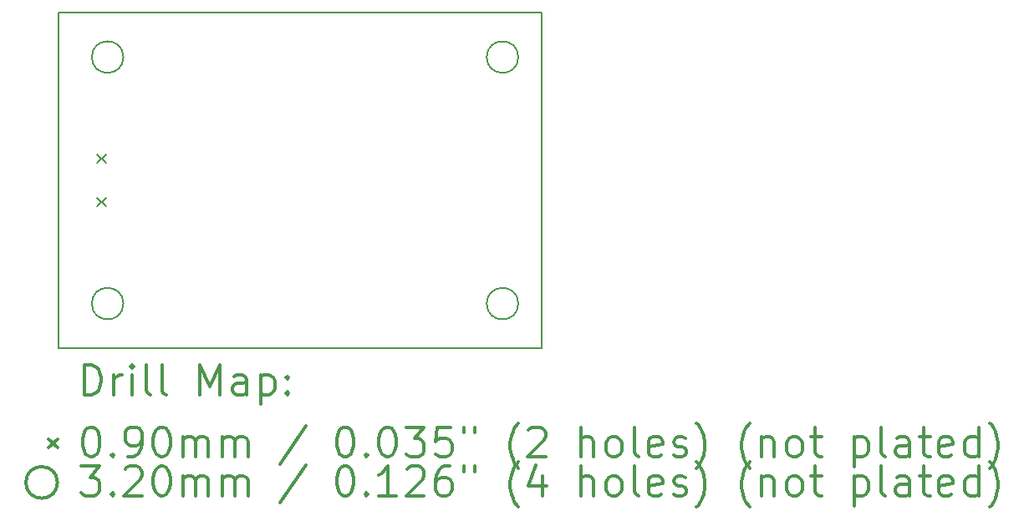
<source format=gbr>
%FSLAX45Y45*%
G04 Gerber Fmt 4.5, Leading zero omitted, Abs format (unit mm)*
G04 Created by KiCad (PCBNEW 4.0.1-stable) date 10/12/16 20:15:14*
%MOMM*%
G01*
G04 APERTURE LIST*
%ADD10C,0.127000*%
%ADD11C,0.150000*%
%ADD12C,0.200000*%
%ADD13C,0.300000*%
G04 APERTURE END LIST*
D10*
D11*
X0Y-3400000D02*
X0Y0D01*
X4900000Y-3400000D02*
X0Y-3400000D01*
X4900000Y0D02*
X4900000Y-3400000D01*
X0Y0D02*
X4900000Y0D01*
D12*
X395042Y-1435078D02*
X484958Y-1524994D01*
X484958Y-1435078D02*
X395042Y-1524994D01*
X395042Y-1875006D02*
X484958Y-1964922D01*
X484958Y-1875006D02*
X395042Y-1964922D01*
X660000Y-450000D02*
G75*
G03X660000Y-450000I-160000J0D01*
G01*
X660000Y-2950000D02*
G75*
G03X660000Y-2950000I-160000J0D01*
G01*
X4660000Y-450000D02*
G75*
G03X4660000Y-450000I-160000J0D01*
G01*
X4660000Y-2950000D02*
G75*
G03X4660000Y-2950000I-160000J0D01*
G01*
D13*
X263929Y-3873214D02*
X263929Y-3573214D01*
X335357Y-3573214D01*
X378214Y-3587500D01*
X406786Y-3616071D01*
X421071Y-3644643D01*
X435357Y-3701786D01*
X435357Y-3744643D01*
X421071Y-3801786D01*
X406786Y-3830357D01*
X378214Y-3858929D01*
X335357Y-3873214D01*
X263929Y-3873214D01*
X563929Y-3873214D02*
X563929Y-3673214D01*
X563929Y-3730357D02*
X578214Y-3701786D01*
X592500Y-3687500D01*
X621071Y-3673214D01*
X649643Y-3673214D01*
X749643Y-3873214D02*
X749643Y-3673214D01*
X749643Y-3573214D02*
X735357Y-3587500D01*
X749643Y-3601786D01*
X763928Y-3587500D01*
X749643Y-3573214D01*
X749643Y-3601786D01*
X935357Y-3873214D02*
X906786Y-3858929D01*
X892500Y-3830357D01*
X892500Y-3573214D01*
X1092500Y-3873214D02*
X1063929Y-3858929D01*
X1049643Y-3830357D01*
X1049643Y-3573214D01*
X1435357Y-3873214D02*
X1435357Y-3573214D01*
X1535357Y-3787500D01*
X1635357Y-3573214D01*
X1635357Y-3873214D01*
X1906786Y-3873214D02*
X1906786Y-3716071D01*
X1892500Y-3687500D01*
X1863928Y-3673214D01*
X1806786Y-3673214D01*
X1778214Y-3687500D01*
X1906786Y-3858929D02*
X1878214Y-3873214D01*
X1806786Y-3873214D01*
X1778214Y-3858929D01*
X1763928Y-3830357D01*
X1763928Y-3801786D01*
X1778214Y-3773214D01*
X1806786Y-3758929D01*
X1878214Y-3758929D01*
X1906786Y-3744643D01*
X2049643Y-3673214D02*
X2049643Y-3973214D01*
X2049643Y-3687500D02*
X2078214Y-3673214D01*
X2135357Y-3673214D01*
X2163929Y-3687500D01*
X2178214Y-3701786D01*
X2192500Y-3730357D01*
X2192500Y-3816071D01*
X2178214Y-3844643D01*
X2163929Y-3858929D01*
X2135357Y-3873214D01*
X2078214Y-3873214D01*
X2049643Y-3858929D01*
X2321071Y-3844643D02*
X2335357Y-3858929D01*
X2321071Y-3873214D01*
X2306786Y-3858929D01*
X2321071Y-3844643D01*
X2321071Y-3873214D01*
X2321071Y-3687500D02*
X2335357Y-3701786D01*
X2321071Y-3716071D01*
X2306786Y-3701786D01*
X2321071Y-3687500D01*
X2321071Y-3716071D01*
X-97416Y-4322542D02*
X-7500Y-4412458D01*
X-7500Y-4322542D02*
X-97416Y-4412458D01*
X321071Y-4203214D02*
X349643Y-4203214D01*
X378214Y-4217500D01*
X392500Y-4231786D01*
X406786Y-4260357D01*
X421071Y-4317500D01*
X421071Y-4388929D01*
X406786Y-4446072D01*
X392500Y-4474643D01*
X378214Y-4488929D01*
X349643Y-4503214D01*
X321071Y-4503214D01*
X292500Y-4488929D01*
X278214Y-4474643D01*
X263929Y-4446072D01*
X249643Y-4388929D01*
X249643Y-4317500D01*
X263929Y-4260357D01*
X278214Y-4231786D01*
X292500Y-4217500D01*
X321071Y-4203214D01*
X549643Y-4474643D02*
X563929Y-4488929D01*
X549643Y-4503214D01*
X535357Y-4488929D01*
X549643Y-4474643D01*
X549643Y-4503214D01*
X706786Y-4503214D02*
X763928Y-4503214D01*
X792500Y-4488929D01*
X806786Y-4474643D01*
X835357Y-4431786D01*
X849643Y-4374643D01*
X849643Y-4260357D01*
X835357Y-4231786D01*
X821071Y-4217500D01*
X792500Y-4203214D01*
X735357Y-4203214D01*
X706786Y-4217500D01*
X692500Y-4231786D01*
X678214Y-4260357D01*
X678214Y-4331786D01*
X692500Y-4360357D01*
X706786Y-4374643D01*
X735357Y-4388929D01*
X792500Y-4388929D01*
X821071Y-4374643D01*
X835357Y-4360357D01*
X849643Y-4331786D01*
X1035357Y-4203214D02*
X1063929Y-4203214D01*
X1092500Y-4217500D01*
X1106786Y-4231786D01*
X1121071Y-4260357D01*
X1135357Y-4317500D01*
X1135357Y-4388929D01*
X1121071Y-4446072D01*
X1106786Y-4474643D01*
X1092500Y-4488929D01*
X1063929Y-4503214D01*
X1035357Y-4503214D01*
X1006786Y-4488929D01*
X992500Y-4474643D01*
X978214Y-4446072D01*
X963928Y-4388929D01*
X963928Y-4317500D01*
X978214Y-4260357D01*
X992500Y-4231786D01*
X1006786Y-4217500D01*
X1035357Y-4203214D01*
X1263929Y-4503214D02*
X1263929Y-4303214D01*
X1263929Y-4331786D02*
X1278214Y-4317500D01*
X1306786Y-4303214D01*
X1349643Y-4303214D01*
X1378214Y-4317500D01*
X1392500Y-4346072D01*
X1392500Y-4503214D01*
X1392500Y-4346072D02*
X1406786Y-4317500D01*
X1435357Y-4303214D01*
X1478214Y-4303214D01*
X1506786Y-4317500D01*
X1521071Y-4346072D01*
X1521071Y-4503214D01*
X1663928Y-4503214D02*
X1663928Y-4303214D01*
X1663928Y-4331786D02*
X1678214Y-4317500D01*
X1706786Y-4303214D01*
X1749643Y-4303214D01*
X1778214Y-4317500D01*
X1792500Y-4346072D01*
X1792500Y-4503214D01*
X1792500Y-4346072D02*
X1806786Y-4317500D01*
X1835357Y-4303214D01*
X1878214Y-4303214D01*
X1906786Y-4317500D01*
X1921071Y-4346072D01*
X1921071Y-4503214D01*
X2506786Y-4188929D02*
X2249643Y-4574643D01*
X2892500Y-4203214D02*
X2921071Y-4203214D01*
X2949643Y-4217500D01*
X2963928Y-4231786D01*
X2978214Y-4260357D01*
X2992500Y-4317500D01*
X2992500Y-4388929D01*
X2978214Y-4446072D01*
X2963928Y-4474643D01*
X2949643Y-4488929D01*
X2921071Y-4503214D01*
X2892500Y-4503214D01*
X2863928Y-4488929D01*
X2849643Y-4474643D01*
X2835357Y-4446072D01*
X2821071Y-4388929D01*
X2821071Y-4317500D01*
X2835357Y-4260357D01*
X2849643Y-4231786D01*
X2863928Y-4217500D01*
X2892500Y-4203214D01*
X3121071Y-4474643D02*
X3135357Y-4488929D01*
X3121071Y-4503214D01*
X3106786Y-4488929D01*
X3121071Y-4474643D01*
X3121071Y-4503214D01*
X3321071Y-4203214D02*
X3349643Y-4203214D01*
X3378214Y-4217500D01*
X3392500Y-4231786D01*
X3406785Y-4260357D01*
X3421071Y-4317500D01*
X3421071Y-4388929D01*
X3406785Y-4446072D01*
X3392500Y-4474643D01*
X3378214Y-4488929D01*
X3349643Y-4503214D01*
X3321071Y-4503214D01*
X3292500Y-4488929D01*
X3278214Y-4474643D01*
X3263928Y-4446072D01*
X3249643Y-4388929D01*
X3249643Y-4317500D01*
X3263928Y-4260357D01*
X3278214Y-4231786D01*
X3292500Y-4217500D01*
X3321071Y-4203214D01*
X3521071Y-4203214D02*
X3706785Y-4203214D01*
X3606785Y-4317500D01*
X3649643Y-4317500D01*
X3678214Y-4331786D01*
X3692500Y-4346072D01*
X3706785Y-4374643D01*
X3706785Y-4446072D01*
X3692500Y-4474643D01*
X3678214Y-4488929D01*
X3649643Y-4503214D01*
X3563928Y-4503214D01*
X3535357Y-4488929D01*
X3521071Y-4474643D01*
X3978214Y-4203214D02*
X3835357Y-4203214D01*
X3821071Y-4346072D01*
X3835357Y-4331786D01*
X3863928Y-4317500D01*
X3935357Y-4317500D01*
X3963928Y-4331786D01*
X3978214Y-4346072D01*
X3992500Y-4374643D01*
X3992500Y-4446072D01*
X3978214Y-4474643D01*
X3963928Y-4488929D01*
X3935357Y-4503214D01*
X3863928Y-4503214D01*
X3835357Y-4488929D01*
X3821071Y-4474643D01*
X4106786Y-4203214D02*
X4106786Y-4260357D01*
X4221071Y-4203214D02*
X4221071Y-4260357D01*
X4663928Y-4617500D02*
X4649643Y-4603214D01*
X4621071Y-4560357D01*
X4606786Y-4531786D01*
X4592500Y-4488929D01*
X4578214Y-4417500D01*
X4578214Y-4360357D01*
X4592500Y-4288929D01*
X4606786Y-4246072D01*
X4621071Y-4217500D01*
X4649643Y-4174643D01*
X4663928Y-4160357D01*
X4763928Y-4231786D02*
X4778214Y-4217500D01*
X4806786Y-4203214D01*
X4878214Y-4203214D01*
X4906786Y-4217500D01*
X4921071Y-4231786D01*
X4935357Y-4260357D01*
X4935357Y-4288929D01*
X4921071Y-4331786D01*
X4749643Y-4503214D01*
X4935357Y-4503214D01*
X5292500Y-4503214D02*
X5292500Y-4203214D01*
X5421071Y-4503214D02*
X5421071Y-4346072D01*
X5406786Y-4317500D01*
X5378214Y-4303214D01*
X5335357Y-4303214D01*
X5306786Y-4317500D01*
X5292500Y-4331786D01*
X5606785Y-4503214D02*
X5578214Y-4488929D01*
X5563928Y-4474643D01*
X5549643Y-4446072D01*
X5549643Y-4360357D01*
X5563928Y-4331786D01*
X5578214Y-4317500D01*
X5606785Y-4303214D01*
X5649643Y-4303214D01*
X5678214Y-4317500D01*
X5692500Y-4331786D01*
X5706785Y-4360357D01*
X5706785Y-4446072D01*
X5692500Y-4474643D01*
X5678214Y-4488929D01*
X5649643Y-4503214D01*
X5606785Y-4503214D01*
X5878214Y-4503214D02*
X5849643Y-4488929D01*
X5835357Y-4460357D01*
X5835357Y-4203214D01*
X6106786Y-4488929D02*
X6078214Y-4503214D01*
X6021071Y-4503214D01*
X5992500Y-4488929D01*
X5978214Y-4460357D01*
X5978214Y-4346072D01*
X5992500Y-4317500D01*
X6021071Y-4303214D01*
X6078214Y-4303214D01*
X6106786Y-4317500D01*
X6121071Y-4346072D01*
X6121071Y-4374643D01*
X5978214Y-4403214D01*
X6235357Y-4488929D02*
X6263928Y-4503214D01*
X6321071Y-4503214D01*
X6349643Y-4488929D01*
X6363928Y-4460357D01*
X6363928Y-4446072D01*
X6349643Y-4417500D01*
X6321071Y-4403214D01*
X6278214Y-4403214D01*
X6249643Y-4388929D01*
X6235357Y-4360357D01*
X6235357Y-4346072D01*
X6249643Y-4317500D01*
X6278214Y-4303214D01*
X6321071Y-4303214D01*
X6349643Y-4317500D01*
X6463928Y-4617500D02*
X6478214Y-4603214D01*
X6506786Y-4560357D01*
X6521071Y-4531786D01*
X6535357Y-4488929D01*
X6549643Y-4417500D01*
X6549643Y-4360357D01*
X6535357Y-4288929D01*
X6521071Y-4246072D01*
X6506786Y-4217500D01*
X6478214Y-4174643D01*
X6463928Y-4160357D01*
X7006786Y-4617500D02*
X6992500Y-4603214D01*
X6963928Y-4560357D01*
X6949643Y-4531786D01*
X6935357Y-4488929D01*
X6921071Y-4417500D01*
X6921071Y-4360357D01*
X6935357Y-4288929D01*
X6949643Y-4246072D01*
X6963928Y-4217500D01*
X6992500Y-4174643D01*
X7006786Y-4160357D01*
X7121071Y-4303214D02*
X7121071Y-4503214D01*
X7121071Y-4331786D02*
X7135357Y-4317500D01*
X7163928Y-4303214D01*
X7206786Y-4303214D01*
X7235357Y-4317500D01*
X7249643Y-4346072D01*
X7249643Y-4503214D01*
X7435357Y-4503214D02*
X7406786Y-4488929D01*
X7392500Y-4474643D01*
X7378214Y-4446072D01*
X7378214Y-4360357D01*
X7392500Y-4331786D01*
X7406786Y-4317500D01*
X7435357Y-4303214D01*
X7478214Y-4303214D01*
X7506786Y-4317500D01*
X7521071Y-4331786D01*
X7535357Y-4360357D01*
X7535357Y-4446072D01*
X7521071Y-4474643D01*
X7506786Y-4488929D01*
X7478214Y-4503214D01*
X7435357Y-4503214D01*
X7621071Y-4303214D02*
X7735357Y-4303214D01*
X7663928Y-4203214D02*
X7663928Y-4460357D01*
X7678214Y-4488929D01*
X7706786Y-4503214D01*
X7735357Y-4503214D01*
X8063928Y-4303214D02*
X8063928Y-4603214D01*
X8063928Y-4317500D02*
X8092500Y-4303214D01*
X8149643Y-4303214D01*
X8178214Y-4317500D01*
X8192500Y-4331786D01*
X8206786Y-4360357D01*
X8206786Y-4446072D01*
X8192500Y-4474643D01*
X8178214Y-4488929D01*
X8149643Y-4503214D01*
X8092500Y-4503214D01*
X8063928Y-4488929D01*
X8378214Y-4503214D02*
X8349643Y-4488929D01*
X8335357Y-4460357D01*
X8335357Y-4203214D01*
X8621071Y-4503214D02*
X8621071Y-4346072D01*
X8606786Y-4317500D01*
X8578214Y-4303214D01*
X8521071Y-4303214D01*
X8492500Y-4317500D01*
X8621071Y-4488929D02*
X8592500Y-4503214D01*
X8521071Y-4503214D01*
X8492500Y-4488929D01*
X8478214Y-4460357D01*
X8478214Y-4431786D01*
X8492500Y-4403214D01*
X8521071Y-4388929D01*
X8592500Y-4388929D01*
X8621071Y-4374643D01*
X8721071Y-4303214D02*
X8835357Y-4303214D01*
X8763929Y-4203214D02*
X8763929Y-4460357D01*
X8778214Y-4488929D01*
X8806786Y-4503214D01*
X8835357Y-4503214D01*
X9049643Y-4488929D02*
X9021072Y-4503214D01*
X8963929Y-4503214D01*
X8935357Y-4488929D01*
X8921072Y-4460357D01*
X8921072Y-4346072D01*
X8935357Y-4317500D01*
X8963929Y-4303214D01*
X9021072Y-4303214D01*
X9049643Y-4317500D01*
X9063929Y-4346072D01*
X9063929Y-4374643D01*
X8921072Y-4403214D01*
X9321072Y-4503214D02*
X9321072Y-4203214D01*
X9321072Y-4488929D02*
X9292500Y-4503214D01*
X9235357Y-4503214D01*
X9206786Y-4488929D01*
X9192500Y-4474643D01*
X9178214Y-4446072D01*
X9178214Y-4360357D01*
X9192500Y-4331786D01*
X9206786Y-4317500D01*
X9235357Y-4303214D01*
X9292500Y-4303214D01*
X9321072Y-4317500D01*
X9435357Y-4617500D02*
X9449643Y-4603214D01*
X9478214Y-4560357D01*
X9492500Y-4531786D01*
X9506786Y-4488929D01*
X9521072Y-4417500D01*
X9521072Y-4360357D01*
X9506786Y-4288929D01*
X9492500Y-4246072D01*
X9478214Y-4217500D01*
X9449643Y-4174643D01*
X9435357Y-4160357D01*
X-7500Y-4763500D02*
G75*
G03X-7500Y-4763500I-160000J0D01*
G01*
X235357Y-4599214D02*
X421071Y-4599214D01*
X321071Y-4713500D01*
X363928Y-4713500D01*
X392500Y-4727786D01*
X406786Y-4742072D01*
X421071Y-4770643D01*
X421071Y-4842072D01*
X406786Y-4870643D01*
X392500Y-4884929D01*
X363928Y-4899214D01*
X278214Y-4899214D01*
X249643Y-4884929D01*
X235357Y-4870643D01*
X549643Y-4870643D02*
X563929Y-4884929D01*
X549643Y-4899214D01*
X535357Y-4884929D01*
X549643Y-4870643D01*
X549643Y-4899214D01*
X678214Y-4627786D02*
X692500Y-4613500D01*
X721071Y-4599214D01*
X792500Y-4599214D01*
X821071Y-4613500D01*
X835357Y-4627786D01*
X849643Y-4656357D01*
X849643Y-4684929D01*
X835357Y-4727786D01*
X663928Y-4899214D01*
X849643Y-4899214D01*
X1035357Y-4599214D02*
X1063929Y-4599214D01*
X1092500Y-4613500D01*
X1106786Y-4627786D01*
X1121071Y-4656357D01*
X1135357Y-4713500D01*
X1135357Y-4784929D01*
X1121071Y-4842072D01*
X1106786Y-4870643D01*
X1092500Y-4884929D01*
X1063929Y-4899214D01*
X1035357Y-4899214D01*
X1006786Y-4884929D01*
X992500Y-4870643D01*
X978214Y-4842072D01*
X963928Y-4784929D01*
X963928Y-4713500D01*
X978214Y-4656357D01*
X992500Y-4627786D01*
X1006786Y-4613500D01*
X1035357Y-4599214D01*
X1263929Y-4899214D02*
X1263929Y-4699214D01*
X1263929Y-4727786D02*
X1278214Y-4713500D01*
X1306786Y-4699214D01*
X1349643Y-4699214D01*
X1378214Y-4713500D01*
X1392500Y-4742072D01*
X1392500Y-4899214D01*
X1392500Y-4742072D02*
X1406786Y-4713500D01*
X1435357Y-4699214D01*
X1478214Y-4699214D01*
X1506786Y-4713500D01*
X1521071Y-4742072D01*
X1521071Y-4899214D01*
X1663928Y-4899214D02*
X1663928Y-4699214D01*
X1663928Y-4727786D02*
X1678214Y-4713500D01*
X1706786Y-4699214D01*
X1749643Y-4699214D01*
X1778214Y-4713500D01*
X1792500Y-4742072D01*
X1792500Y-4899214D01*
X1792500Y-4742072D02*
X1806786Y-4713500D01*
X1835357Y-4699214D01*
X1878214Y-4699214D01*
X1906786Y-4713500D01*
X1921071Y-4742072D01*
X1921071Y-4899214D01*
X2506786Y-4584929D02*
X2249643Y-4970643D01*
X2892500Y-4599214D02*
X2921071Y-4599214D01*
X2949643Y-4613500D01*
X2963928Y-4627786D01*
X2978214Y-4656357D01*
X2992500Y-4713500D01*
X2992500Y-4784929D01*
X2978214Y-4842072D01*
X2963928Y-4870643D01*
X2949643Y-4884929D01*
X2921071Y-4899214D01*
X2892500Y-4899214D01*
X2863928Y-4884929D01*
X2849643Y-4870643D01*
X2835357Y-4842072D01*
X2821071Y-4784929D01*
X2821071Y-4713500D01*
X2835357Y-4656357D01*
X2849643Y-4627786D01*
X2863928Y-4613500D01*
X2892500Y-4599214D01*
X3121071Y-4870643D02*
X3135357Y-4884929D01*
X3121071Y-4899214D01*
X3106786Y-4884929D01*
X3121071Y-4870643D01*
X3121071Y-4899214D01*
X3421071Y-4899214D02*
X3249643Y-4899214D01*
X3335357Y-4899214D02*
X3335357Y-4599214D01*
X3306785Y-4642072D01*
X3278214Y-4670643D01*
X3249643Y-4684929D01*
X3535357Y-4627786D02*
X3549643Y-4613500D01*
X3578214Y-4599214D01*
X3649643Y-4599214D01*
X3678214Y-4613500D01*
X3692500Y-4627786D01*
X3706785Y-4656357D01*
X3706785Y-4684929D01*
X3692500Y-4727786D01*
X3521071Y-4899214D01*
X3706785Y-4899214D01*
X3963928Y-4599214D02*
X3906785Y-4599214D01*
X3878214Y-4613500D01*
X3863928Y-4627786D01*
X3835357Y-4670643D01*
X3821071Y-4727786D01*
X3821071Y-4842072D01*
X3835357Y-4870643D01*
X3849643Y-4884929D01*
X3878214Y-4899214D01*
X3935357Y-4899214D01*
X3963928Y-4884929D01*
X3978214Y-4870643D01*
X3992500Y-4842072D01*
X3992500Y-4770643D01*
X3978214Y-4742072D01*
X3963928Y-4727786D01*
X3935357Y-4713500D01*
X3878214Y-4713500D01*
X3849643Y-4727786D01*
X3835357Y-4742072D01*
X3821071Y-4770643D01*
X4106786Y-4599214D02*
X4106786Y-4656357D01*
X4221071Y-4599214D02*
X4221071Y-4656357D01*
X4663928Y-5013500D02*
X4649643Y-4999214D01*
X4621071Y-4956357D01*
X4606786Y-4927786D01*
X4592500Y-4884929D01*
X4578214Y-4813500D01*
X4578214Y-4756357D01*
X4592500Y-4684929D01*
X4606786Y-4642072D01*
X4621071Y-4613500D01*
X4649643Y-4570643D01*
X4663928Y-4556357D01*
X4906786Y-4699214D02*
X4906786Y-4899214D01*
X4835357Y-4584929D02*
X4763928Y-4799214D01*
X4949643Y-4799214D01*
X5292500Y-4899214D02*
X5292500Y-4599214D01*
X5421071Y-4899214D02*
X5421071Y-4742072D01*
X5406786Y-4713500D01*
X5378214Y-4699214D01*
X5335357Y-4699214D01*
X5306786Y-4713500D01*
X5292500Y-4727786D01*
X5606785Y-4899214D02*
X5578214Y-4884929D01*
X5563928Y-4870643D01*
X5549643Y-4842072D01*
X5549643Y-4756357D01*
X5563928Y-4727786D01*
X5578214Y-4713500D01*
X5606785Y-4699214D01*
X5649643Y-4699214D01*
X5678214Y-4713500D01*
X5692500Y-4727786D01*
X5706785Y-4756357D01*
X5706785Y-4842072D01*
X5692500Y-4870643D01*
X5678214Y-4884929D01*
X5649643Y-4899214D01*
X5606785Y-4899214D01*
X5878214Y-4899214D02*
X5849643Y-4884929D01*
X5835357Y-4856357D01*
X5835357Y-4599214D01*
X6106786Y-4884929D02*
X6078214Y-4899214D01*
X6021071Y-4899214D01*
X5992500Y-4884929D01*
X5978214Y-4856357D01*
X5978214Y-4742072D01*
X5992500Y-4713500D01*
X6021071Y-4699214D01*
X6078214Y-4699214D01*
X6106786Y-4713500D01*
X6121071Y-4742072D01*
X6121071Y-4770643D01*
X5978214Y-4799214D01*
X6235357Y-4884929D02*
X6263928Y-4899214D01*
X6321071Y-4899214D01*
X6349643Y-4884929D01*
X6363928Y-4856357D01*
X6363928Y-4842072D01*
X6349643Y-4813500D01*
X6321071Y-4799214D01*
X6278214Y-4799214D01*
X6249643Y-4784929D01*
X6235357Y-4756357D01*
X6235357Y-4742072D01*
X6249643Y-4713500D01*
X6278214Y-4699214D01*
X6321071Y-4699214D01*
X6349643Y-4713500D01*
X6463928Y-5013500D02*
X6478214Y-4999214D01*
X6506786Y-4956357D01*
X6521071Y-4927786D01*
X6535357Y-4884929D01*
X6549643Y-4813500D01*
X6549643Y-4756357D01*
X6535357Y-4684929D01*
X6521071Y-4642072D01*
X6506786Y-4613500D01*
X6478214Y-4570643D01*
X6463928Y-4556357D01*
X7006786Y-5013500D02*
X6992500Y-4999214D01*
X6963928Y-4956357D01*
X6949643Y-4927786D01*
X6935357Y-4884929D01*
X6921071Y-4813500D01*
X6921071Y-4756357D01*
X6935357Y-4684929D01*
X6949643Y-4642072D01*
X6963928Y-4613500D01*
X6992500Y-4570643D01*
X7006786Y-4556357D01*
X7121071Y-4699214D02*
X7121071Y-4899214D01*
X7121071Y-4727786D02*
X7135357Y-4713500D01*
X7163928Y-4699214D01*
X7206786Y-4699214D01*
X7235357Y-4713500D01*
X7249643Y-4742072D01*
X7249643Y-4899214D01*
X7435357Y-4899214D02*
X7406786Y-4884929D01*
X7392500Y-4870643D01*
X7378214Y-4842072D01*
X7378214Y-4756357D01*
X7392500Y-4727786D01*
X7406786Y-4713500D01*
X7435357Y-4699214D01*
X7478214Y-4699214D01*
X7506786Y-4713500D01*
X7521071Y-4727786D01*
X7535357Y-4756357D01*
X7535357Y-4842072D01*
X7521071Y-4870643D01*
X7506786Y-4884929D01*
X7478214Y-4899214D01*
X7435357Y-4899214D01*
X7621071Y-4699214D02*
X7735357Y-4699214D01*
X7663928Y-4599214D02*
X7663928Y-4856357D01*
X7678214Y-4884929D01*
X7706786Y-4899214D01*
X7735357Y-4899214D01*
X8063928Y-4699214D02*
X8063928Y-4999214D01*
X8063928Y-4713500D02*
X8092500Y-4699214D01*
X8149643Y-4699214D01*
X8178214Y-4713500D01*
X8192500Y-4727786D01*
X8206786Y-4756357D01*
X8206786Y-4842072D01*
X8192500Y-4870643D01*
X8178214Y-4884929D01*
X8149643Y-4899214D01*
X8092500Y-4899214D01*
X8063928Y-4884929D01*
X8378214Y-4899214D02*
X8349643Y-4884929D01*
X8335357Y-4856357D01*
X8335357Y-4599214D01*
X8621071Y-4899214D02*
X8621071Y-4742072D01*
X8606786Y-4713500D01*
X8578214Y-4699214D01*
X8521071Y-4699214D01*
X8492500Y-4713500D01*
X8621071Y-4884929D02*
X8592500Y-4899214D01*
X8521071Y-4899214D01*
X8492500Y-4884929D01*
X8478214Y-4856357D01*
X8478214Y-4827786D01*
X8492500Y-4799214D01*
X8521071Y-4784929D01*
X8592500Y-4784929D01*
X8621071Y-4770643D01*
X8721071Y-4699214D02*
X8835357Y-4699214D01*
X8763929Y-4599214D02*
X8763929Y-4856357D01*
X8778214Y-4884929D01*
X8806786Y-4899214D01*
X8835357Y-4899214D01*
X9049643Y-4884929D02*
X9021072Y-4899214D01*
X8963929Y-4899214D01*
X8935357Y-4884929D01*
X8921072Y-4856357D01*
X8921072Y-4742072D01*
X8935357Y-4713500D01*
X8963929Y-4699214D01*
X9021072Y-4699214D01*
X9049643Y-4713500D01*
X9063929Y-4742072D01*
X9063929Y-4770643D01*
X8921072Y-4799214D01*
X9321072Y-4899214D02*
X9321072Y-4599214D01*
X9321072Y-4884929D02*
X9292500Y-4899214D01*
X9235357Y-4899214D01*
X9206786Y-4884929D01*
X9192500Y-4870643D01*
X9178214Y-4842072D01*
X9178214Y-4756357D01*
X9192500Y-4727786D01*
X9206786Y-4713500D01*
X9235357Y-4699214D01*
X9292500Y-4699214D01*
X9321072Y-4713500D01*
X9435357Y-5013500D02*
X9449643Y-4999214D01*
X9478214Y-4956357D01*
X9492500Y-4927786D01*
X9506786Y-4884929D01*
X9521072Y-4813500D01*
X9521072Y-4756357D01*
X9506786Y-4684929D01*
X9492500Y-4642072D01*
X9478214Y-4613500D01*
X9449643Y-4570643D01*
X9435357Y-4556357D01*
M02*

</source>
